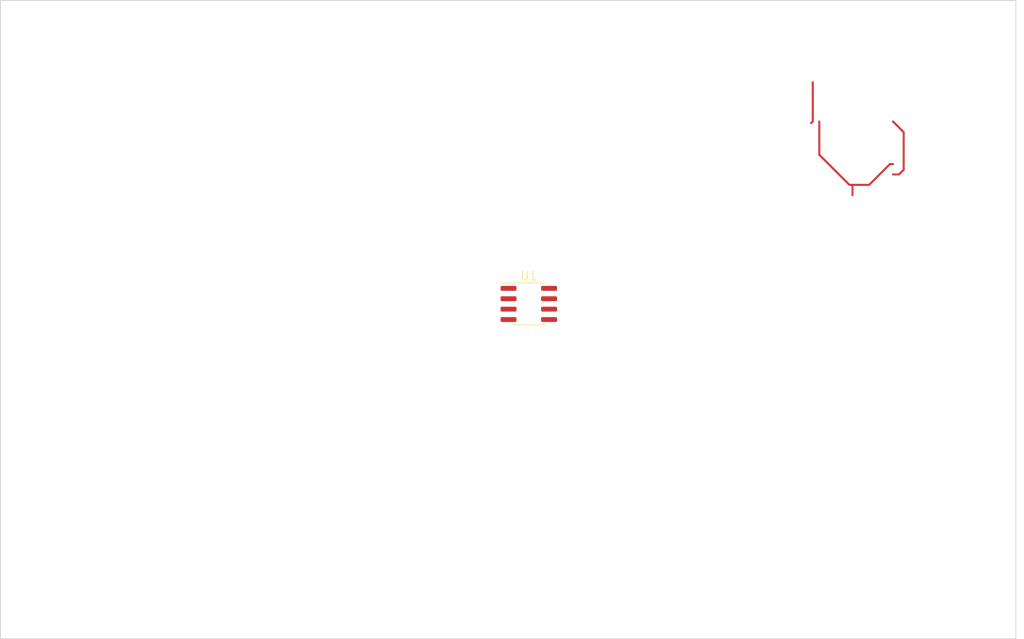
<source format=kicad_pcb>
(kicad_pcb (version 20221018) (generator pcbnew)
  (title_block (title "capacitor explosion") (date "2024-02-26"))
  (layers (0 "F.Cu" signal) (31 "B.Cu" signal) (34 "B.Paste" user) (35 "F.Paste" user) (36 "B.SilkS" user "B.Silkscreen") (37 "F.SilkS" user "F.Silkscreen") (38 "B.Mask" user) (39 "F.Mask" user) (44 "Edge.Cuts" user))
  (net 0 "")
  (net 1 "Net-(U1-THR)")
  (net 2 "GND")
  (net 3 "/timer")
  (net 7 "VCC")
  (footprint "Package_SO:SOIC-8_3.9x4.9mm_P1.27mm" (layer "F.Cu") (at 116.525 91.095)
    (fp_text reference "U1" (at 0 -3.4) (layer "F.SilkS"))
    (fp_text value "LM555xM")
    (fp_line (start 0 -2.56) (end -3.45 -2.56) (stroke (width 0.12)) (layer "F.SilkS"))
    (fp_line (start 0 -2.56) (end 1.95 -2.56) (stroke (width 0.12)) (layer "F.SilkS"))
    (fp_line (start 0 2.56) (end -1.95 2.56) (stroke (width 0.12)) (layer "F.SilkS"))
    (fp_line (start 0 2.56) (end 1.95 2.56) (stroke (width 0.12)) (layer "F.SilkS"))
    (pad "1" smd roundrect (at -2.475 -1.905) (size 1.95 0.6) (layers "F.Cu" "F.Paste" "F.Mask") (net 2 "GND"))
    (pad "2" smd roundrect (at -2.475 -0.635) (size 1.95 0.6) (layers "F.Cu" "F.Paste" "F.Mask") (net 1 "Net-(U1-THR)"))
    (pad "3" smd roundrect (at -2.475 0.635) (size 1.95 0.6) (layers "F.Cu" "F.Paste" "F.Mask") (net 3 "/timer"))
    (pad "4" smd roundrect (at -2.475 1.905) (size 1.95 0.6) (layers "F.Cu" "F.Paste" "F.Mask"))
    (pad "5" smd roundrect (at 2.475 1.905) (size 1.95 0.6) (layers "F.Cu" "F.Paste" "F.Mask"))
    (pad "6" smd roundrect (at 2.475 0.635) (size 1.95 0.6) (layers "F.Cu" "F.Paste" "F.Mask") (net 1 "Net-(U1-THR)"))
    (pad "7" smd roundrect (at 2.475 -0.635) (size 1.95 0.6) (layers "F.Cu" "F.Paste" "F.Mask"))
    (pad "8" smd roundrect (at 2.475 -1.905) (size 1.95 0.6) (layers "F.Cu" "F.Paste" "F.Mask") (net 7 "VCC"))
  )
  (gr_rect (start 52 54) (end 176 132) (stroke (width 0.1)) (fill none) (layer "Edge.Cuts"))
  (segment (start 161 68.8) (end 162.3 70.1) (width 0.25) (layer "F.Cu") (net 0))
  (segment (start 161.73 75.27) (end 161 75.27) (width 0.25) (layer "F.Cu") (net 0))
  (segment (start 162.3 70.1) (end 162.3 74.7) (width 0.25) (layer "F.Cu") (net 0))
  (segment (start 156.05 76.54) (end 156.05 77.81) (width 0.25) (layer "F.Cu") (net 0))
  (segment (start 155.673249 76.54) (end 156.05 76.54) (width 0.25) (layer "F.Cu") (net 0))
  (segment (start 152 68.8) (end 152 72.866751) (width 0.25) (layer "F.Cu") (net 0))
  (segment (start 151.2 68.8) (end 151 69) (width 0.25) (layer "F.Cu") (net 0))
  (segment (start 156.05 76.54) (end 158.083249 76.54) (width 0.25) (layer "F.Cu") (net 0))
  (segment (start 151.2 64) (end 151.2 68.8) (width 0.25) (layer "F.Cu") (net 0))
  (segment (start 160.623249 74) (end 161 74) (width 0.25) (layer "F.Cu") (net 0))
  (segment (start 162.3 74.7) (end 161.73 75.27) (width 0.25) (layer "F.Cu") (net 0))
  (segment (start 152 72.866751) (end 155.673249 76.54) (width 0.25) (layer "F.Cu") (net 0))
  (segment (start 158.083249 76.54) (end 160.623249 74) (width 0.25) (layer "F.Cu") (net 0))
)
</source>
